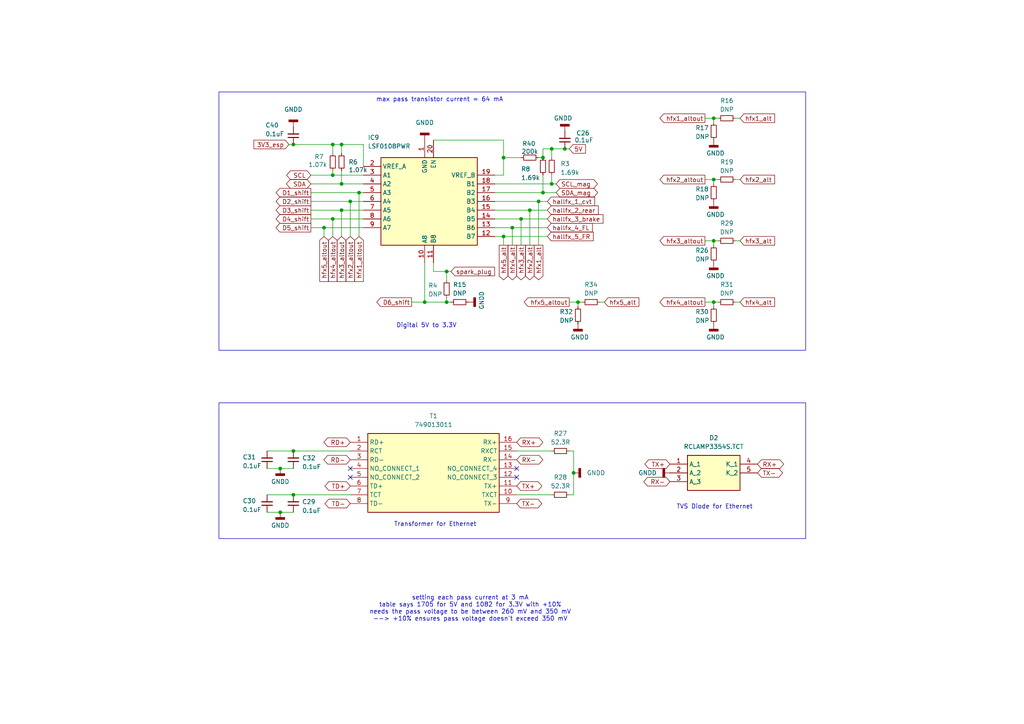
<source format=kicad_sch>
(kicad_sch (version 20250114) (generator "eeschema") (generator_version "9.0")
  (paper "A4")
  (lib_symbols
    (symbol "22XT_Main:749013011"
      (property "Reference" "T" (at 44.45 7.62 0))
      (property "Value" "749013011" (at 44.45 5.08 0))
      (symbol "749013011_1_1"
        (rectangle (start 5.08 2.54) (end 43.18 -20.32) (stroke (width 0.254)) (fill (type background)))
        (pin passive line (at 0 0 0) (length 5.08) (name "RD+") (number "1"))
        (pin passive line (at 0 -2.54 0) (length 5.08) (name "RCT") (number "2"))
        (pin passive line (at 0 -5.08 0) (length 5.08) (name "RD-") (number "3"))
        (pin passive line (at 0 -7.62 0) (length 5.08) (name "NO_CONNECT_1") (number "4"))
        (pin passive line (at 0 -10.16 0) (length 5.08) (name "NO_CONNECT_2") (number "5"))
        (pin passive line (at 0 -12.7 0) (length 5.08) (name "TD+") (number "6"))
        (pin passive line (at 0 -15.24 0) (length 5.08) (name "TCT") (number "7"))
        (pin passive line (at 0 -17.78 0) (length 5.08) (name "TD-") (number "8"))
        (pin passive line (at 48.26 0 180) (length 5.08) (name "RX+") (number "16"))
        (pin passive line (at 48.26 -2.54 180) (length 5.08) (name "RXCT") (number "15"))
        (pin passive line (at 48.26 -5.08 180) (length 5.08) (name "RX-") (number "14"))
        (pin passive line (at 48.26 -7.62 180) (length 5.08) (name "NO_CONNECT_4") (number "13"))
        (pin passive line (at 48.26 -10.16 180) (length 5.08) (name "NO_CONNECT_3") (number "12"))
        (pin passive line (at 48.26 -12.7 180) (length 5.08) (name "TX+") (number "11"))
        (pin passive line (at 48.26 -15.24 180) (length 5.08) (name "TXCT") (number "10"))
        (pin passive line (at 48.26 -17.78 180) (length 5.08) (name "TX-") (number "9"))
      )
    )
    (symbol "22XT_Main:LSF0108RKSR"
      (property "Reference" "IC" (at 31.75 17.78 0))
      (property "Value" "LSF0108RKSR" (at 31.75 15.24 0))
      (symbol "LSF0108RKSR_1_1"
        (rectangle (start 5.08 12.7) (end 30.48 -15.24) (stroke (width 0.254)) (fill (type background)))
        (pin input line (at 0 0 0) (length 5.08) (name "EN") (number "20"))
        (pin power_in line (at 0 -2.54 0) (length 5.08) (name "GND") (number "1"))
        (pin power_in line (at 7.62 -20.32 90) (length 5.08) (name "VREF_A") (number "2"))
        (pin power_in line (at 10.16 17.78 270) (length 5.08) (name "VREF_B") (number "19"))
        (pin passive line (at 10.16 -20.32 90) (length 5.08) (name "A1") (number "3"))
        (pin passive line (at 12.7 17.78 270) (length 5.08) (name "B1") (number "18"))
        (pin passive line (at 12.7 -20.32 90) (length 5.08) (name "A2") (number "4"))
        (pin passive line (at 15.24 17.78 270) (length 5.08) (name "B2") (number "17"))
        (pin passive line (at 15.24 -20.32 90) (length 5.08) (name "A3") (number "5"))
        (pin passive line (at 17.78 17.78 270) (length 5.08) (name "B3") (number "16"))
        (pin passive line (at 17.78 -20.32 90) (length 5.08) (name "A4") (number "6"))
        (pin passive line (at 20.32 17.78 270) (length 5.08) (name "B4") (number "15"))
        (pin passive line (at 20.32 -20.32 90) (length 5.08) (name "A5") (number "7"))
        (pin passive line (at 22.86 17.78 270) (length 5.08) (name "B5") (number "14"))
        (pin passive line (at 22.86 -20.32 90) (length 5.08) (name "A6") (number "8"))
        (pin passive line (at 25.4 17.78 270) (length 5.08) (name "B6") (number "13"))
        (pin passive line (at 25.4 -20.32 90) (length 5.08) (name "A7") (number "9"))
        (pin passive line (at 27.94 17.78 270) (length 5.08) (name "B7") (number "12"))
        (pin passive line (at 35.56 0 180) (length 5.08) (name "B8") (number "11"))
        (pin passive line (at 35.56 -2.54 180) (length 5.08) (name "A8") (number "10"))
      )
    )
    (symbol "22XT_Main:RCLAMP3354S.TCT"
      (property "Reference" "D" (at 21.59 7.62 0))
      (property "Value" "RCLAMP3354S.TCT" (at 21.59 5.08 0))
      (symbol "RCLAMP3354S.TCT_1_1"
        (rectangle (start 5.08 2.54) (end 20.32 -7.62) (stroke (width 0.254)) (fill (type background)))
        (pin passive line (at 0 0 0) (length 5.08) (name "A_1") (number "1"))
        (pin passive line (at 0 -2.54 0) (length 5.08) (name "A_2") (number "2"))
        (pin passive line (at 0 -5.08 0) (length 5.08) (name "A_3") (number "3"))
        (pin passive line (at 25.4 0 180) (length 5.08) (name "K_1") (number "4"))
        (pin passive line (at 25.4 -2.54 180) (length 5.08) (name "K_2") (number "5"))
      )
    )
    (symbol "Device:C_Small" (pin_numbers (hide yes)) (pin_names (offset 0.254) (hide yes))
      (property "Reference" "C" (at 0.254 1.778 0))
      (property "Value" "C_Small" (at 0.254 -2.032 0))
      (symbol "C_Small_0_1"
        (polyline (pts (xy -1.524 0.508) (xy 1.524 0.508)) (stroke (width 0.3048)))
        (polyline (pts (xy -1.524 -0.508) (xy 1.524 -0.508)) (stroke (width 0.3302)))
      )
      (symbol "C_Small_1_1"
        (pin passive line (at 0 2.54 270) (length 2.032) (name "~") (number "1"))
        (pin passive line (at 0 -2.54 90) (length 2.032) (name "~") (number "2"))
      )
    )
    (symbol "Device:R_Small" (pin_numbers (hide yes)) (pin_names (offset 0.254) (hide yes))
      (property "Reference" "R" (at 0.762 0.508 0))
      (property "Value" "R_Small" (at 0.762 -1.016 0))
      (symbol "R_Small_0_1"
        (rectangle (start -0.762 1.778) (end 0.762 -1.778) (stroke (width 0.2032)))
      )
      (symbol "R_Small_1_1"
        (pin passive line (at 0 2.54 270) (length 0.762) (name "~") (number "1"))
        (pin passive line (at 0 -2.54 90) (length 0.762) (name "~") (number "2"))
      )
    )
    (symbol "power:GNDD" (power) (pin_numbers (hide yes)) (pin_names (offset 0) (hide yes))
      (property "Value" "GNDD" (at 0 -3.175 0))
      (symbol "GNDD_0_1"
        (rectangle (start -1.27 -1.524) (end 1.27 -2.032) (stroke (width 0.254)) (fill (type outline)))
        (polyline (pts (xy 0 0) (xy 0 -1.524)))
      )
      (symbol "GNDD_1_1"
        (pin power_in line (at 0 0 270) (length 0) (name "~") (number "1"))
      )
    )
  )
  (rectangle (start 63.5 116.84) (end 233.68 156.21))
  (rectangle (start 63.5 26.67) (end 233.68 101.6))
  (text "Transformer for Ethernet\n" (at 126.238 152.146 0) (effects (font (size 1.27 1.27))))
  (text "max pass transistor current = 64 mA\n " (at 127.508 29.972 0) (effects (font (size 1.27 1.27))))
  (text "Digital 5V to 3.3V" (at 123.698 94.488 0) (effects (font (size 1.27 1.27))))
  (text "TVS Diode for Ethernet\n" (at 207.264 147.066 0) (effects (font (size 1.27 1.27))))
  (text "setting each pass current at 3 mA\ntable says 1705 for 5V and 1082 for 3.3V with +10%\nneeds the pass voltage to be between 260 mV and 350 mV\n--> +10% ensures pass voltage doesn't exceed 350 mV" (at 136.398 176.53 0) (effects (font (size 1.27 1.27))))
  (junction (at 163.83 43.18))
  (junction (at 166.37 137.16))
  (junction (at 129.54 87.63))
  (junction (at 85.09 143.51))
  (junction (at 160.02 53.34))
  (junction (at 104.14 55.88))
  (junction (at 123.19 87.63))
  (junction (at 207.01 52.07))
  (junction (at 101.6 58.42))
  (junction (at 146.05 68.58))
  (junction (at 146.05 45.72))
  (junction (at 85.09 130.81))
  (junction (at 96.52 63.5))
  (junction (at 96.52 50.8))
  (junction (at 207.01 87.63))
  (junction (at 160.02 43.18))
  (junction (at 99.06 41.91))
  (junction (at 99.06 60.96))
  (junction (at 85.09 41.91))
  (junction (at 151.13 63.5))
  (junction (at 99.06 53.34))
  (junction (at 129.54 78.74))
  (junction (at 157.48 55.88))
  (junction (at 148.59 66.04))
  (junction (at 207.01 69.85))
  (junction (at 96.52 41.91))
  (junction (at 153.67 60.96))
  (junction (at 81.28 148.59))
  (junction (at 207.01 34.29))
  (junction (at 167.64 87.63))
  (junction (at 157.48 45.72))
  (junction (at 156.21 58.42))
  (junction (at 93.98 66.04))
  (junction (at 81.28 135.89))
  (no_connect (at 101.6 138.43))
  (no_connect (at 149.86 138.43))
  (no_connect (at 149.86 135.89))
  (no_connect (at 101.6 135.89))
  (wire (pts (xy 99.06 49.53) (xy 99.06 53.34)))
  (wire (pts (xy 96.52 63.5) (xy 105.41 63.5)))
  (wire (pts (xy 166.37 143.51) (xy 165.1 143.51)))
  (wire (pts (xy 85.09 143.51) (xy 101.6 143.51)))
  (wire (pts (xy 160.02 130.81) (xy 149.86 130.81)))
  (wire (pts (xy 99.06 41.91) (xy 99.06 44.45)))
  (wire (pts (xy 104.14 55.88) (xy 105.41 55.88)))
  (wire (pts (xy 125.73 40.64) (xy 146.05 40.64)))
  (wire (pts (xy 77.47 135.89) (xy 81.28 135.89)))
  (wire (pts (xy 157.48 43.18) (xy 160.02 43.18)))
  (wire (pts (xy 123.19 76.2) (xy 123.19 87.63)))
  (wire (pts (xy 90.17 55.88) (xy 104.14 55.88)))
  (wire (pts (xy 151.13 71.12) (xy 151.13 63.5)))
  (wire (pts (xy 160.02 53.34) (xy 160.02 50.8)))
  (wire (pts (xy 204.47 52.07) (xy 207.01 52.07)))
  (wire (pts (xy 165.1 87.63) (xy 167.64 87.63)))
  (wire (pts (xy 146.05 45.72) (xy 151.13 45.72)))
  (wire (pts (xy 96.52 49.53) (xy 96.52 50.8)))
  (wire (pts (xy 167.64 88.9) (xy 167.64 87.63)))
  (wire (pts (xy 207.01 69.85) (xy 208.28 69.85)))
  (wire (pts (xy 153.67 60.96) (xy 158.75 60.96)))
  (wire (pts (xy 156.21 71.12) (xy 156.21 58.42)))
  (wire (pts (xy 93.98 68.58) (xy 93.98 66.04)))
  (wire (pts (xy 99.06 60.96) (xy 105.41 60.96)))
  (wire (pts (xy 90.17 60.96) (xy 99.06 60.96)))
  (wire (pts (xy 166.37 137.16) (xy 166.37 143.51)))
  (wire (pts (xy 96.52 41.91) (xy 96.52 44.45)))
  (wire (pts (xy 146.05 40.64) (xy 146.05 45.72)))
  (wire (pts (xy 125.73 78.74) (xy 125.73 76.2)))
  (wire (pts (xy 77.47 143.51) (xy 85.09 143.51)))
  (wire (pts (xy 156.21 58.42) (xy 158.75 58.42)))
  (wire (pts (xy 160.02 43.18) (xy 163.83 43.18)))
  (wire (pts (xy 207.01 87.63) (xy 208.28 87.63)))
  (wire (pts (xy 157.48 55.88) (xy 161.29 55.88)))
  (wire (pts (xy 99.06 68.58) (xy 99.06 60.96)))
  (wire (pts (xy 173.99 87.63) (xy 175.26 87.63)))
  (wire (pts (xy 143.51 63.5) (xy 151.13 63.5)))
  (wire (pts (xy 143.51 53.34) (xy 160.02 53.34)))
  (wire (pts (xy 213.36 87.63) (xy 214.63 87.63)))
  (wire (pts (xy 160.02 45.72) (xy 160.02 43.18)))
  (wire (pts (xy 96.52 41.91) (xy 99.06 41.91)))
  (wire (pts (xy 167.64 87.63) (xy 168.91 87.63)))
  (wire (pts (xy 207.01 35.56) (xy 207.01 34.29)))
  (wire (pts (xy 148.59 71.12) (xy 148.59 66.04)))
  (wire (pts (xy 213.36 52.07) (xy 214.63 52.07)))
  (wire (pts (xy 77.47 148.59) (xy 81.28 148.59)))
  (wire (pts (xy 157.48 43.18) (xy 157.48 45.72)))
  (wire (pts (xy 119.38 87.63) (xy 123.19 87.63)))
  (wire (pts (xy 77.47 130.81) (xy 85.09 130.81)))
  (wire (pts (xy 153.67 71.12) (xy 153.67 60.96)))
  (wire (pts (xy 207.01 53.34) (xy 207.01 52.07)))
  (wire (pts (xy 130.81 78.74) (xy 129.54 78.74)))
  (wire (pts (xy 90.17 63.5) (xy 96.52 63.5)))
  (wire (pts (xy 83.82 41.91) (xy 85.09 41.91)))
  (wire (pts (xy 96.52 68.58) (xy 96.52 63.5)))
  (wire (pts (xy 129.54 87.63) (xy 130.81 87.63)))
  (wire (pts (xy 213.36 34.29) (xy 214.63 34.29)))
  (wire (pts (xy 166.37 130.81) (xy 165.1 130.81)))
  (wire (pts (xy 207.01 71.12) (xy 207.01 69.85)))
  (wire (pts (xy 207.01 52.07) (xy 208.28 52.07)))
  (wire (pts (xy 96.52 50.8) (xy 105.41 50.8)))
  (wire (pts (xy 129.54 86.36) (xy 129.54 87.63)))
  (wire (pts (xy 143.51 50.8) (xy 146.05 50.8)))
  (wire (pts (xy 204.47 34.29) (xy 207.01 34.29)))
  (wire (pts (xy 99.06 41.91) (xy 105.41 41.91)))
  (wire (pts (xy 146.05 71.12) (xy 146.05 68.58)))
  (wire (pts (xy 160.02 143.51) (xy 149.86 143.51)))
  (wire (pts (xy 85.09 41.91) (xy 96.52 41.91)))
  (wire (pts (xy 151.13 63.5) (xy 158.75 63.5)))
  (wire (pts (xy 143.51 58.42) (xy 156.21 58.42)))
  (wire (pts (xy 85.09 130.81) (xy 101.6 130.81)))
  (wire (pts (xy 81.28 148.59) (xy 85.09 148.59)))
  (wire (pts (xy 129.54 78.74) (xy 129.54 81.28)))
  (wire (pts (xy 90.17 58.42) (xy 101.6 58.42)))
  (wire (pts (xy 143.51 66.04) (xy 148.59 66.04)))
  (wire (pts (xy 143.51 68.58) (xy 146.05 68.58)))
  (wire (pts (xy 207.01 34.29) (xy 208.28 34.29)))
  (wire (pts (xy 157.48 50.8) (xy 157.48 55.88)))
  (wire (pts (xy 81.28 135.89) (xy 85.09 135.89)))
  (wire (pts (xy 163.83 43.18) (xy 165.1 43.18)))
  (wire (pts (xy 148.59 66.04) (xy 158.75 66.04)))
  (wire (pts (xy 143.51 55.88) (xy 157.48 55.88)))
  (wire (pts (xy 166.37 130.81) (xy 166.37 137.16)))
  (wire (pts (xy 99.06 53.34) (xy 105.41 53.34)))
  (wire (pts (xy 207.01 88.9) (xy 207.01 87.63)))
  (wire (pts (xy 105.41 41.91) (xy 105.41 48.26)))
  (wire (pts (xy 90.17 66.04) (xy 93.98 66.04)))
  (wire (pts (xy 104.14 68.58) (xy 104.14 55.88)))
  (wire (pts (xy 156.21 45.72) (xy 157.48 45.72)))
  (wire (pts (xy 93.98 66.04) (xy 105.41 66.04)))
  (wire (pts (xy 146.05 68.58) (xy 158.75 68.58)))
  (wire (pts (xy 101.6 58.42) (xy 105.41 58.42)))
  (wire (pts (xy 146.05 45.72) (xy 146.05 50.8)))
  (wire (pts (xy 204.47 87.63) (xy 207.01 87.63)))
  (wire (pts (xy 213.36 69.85) (xy 214.63 69.85)))
  (wire (pts (xy 90.17 50.8) (xy 96.52 50.8)))
  (wire (pts (xy 129.54 87.63) (xy 123.19 87.63)))
  (wire (pts (xy 101.6 68.58) (xy 101.6 58.42)))
  (wire (pts (xy 90.17 53.34) (xy 99.06 53.34)))
  (wire (pts (xy 204.47 69.85) (xy 207.01 69.85)))
  (wire (pts (xy 160.02 53.34) (xy 161.29 53.34)))
  (wire (pts (xy 129.54 78.74) (xy 125.73 78.74)))
  (wire (pts (xy 143.51 60.96) (xy 153.67 60.96)))
  (global_label "SCL" (shape bidirectional) (at 90.17 50.8 180) (property "Intersheetrefs" "${INTERSHEET_REFS}" (effects (hide yes))))
  (global_label "TX+" (shape bidirectional) (at 149.86 140.97 0) (property "Intersheetrefs" "${INTERSHEET_REFS}" (effects (hide yes))))
  (global_label "RD-" (shape bidirectional) (at 101.6 133.35 180) (property "Intersheetrefs" "${INTERSHEET_REFS}" (effects (hide yes))))
  (global_label "hfx5_alt" (shape input) (at 175.26 87.63 0) (property "Intersheetrefs" "${INTERSHEET_REFS}" (effects (hide yes))))
  (global_label "hfx4_alt" (shape input) (at 214.63 87.63 0) (property "Intersheetrefs" "${INTERSHEET_REFS}" (effects (hide yes))))
  (global_label "D5_shift" (shape output) (at 90.17 66.04 180) (property "Intersheetrefs" "${INTERSHEET_REFS}" (effects (hide yes))))
  (global_label "TD+" (shape bidirectional) (at 101.6 140.97 180) (property "Intersheetrefs" "${INTERSHEET_REFS}" (effects (hide yes))))
  (global_label "SDA" (shape bidirectional) (at 90.17 53.34 180) (property "Intersheetrefs" "${INTERSHEET_REFS}" (effects (hide yes))))
  (global_label "hfx4_altout" (shape output) (at 204.47 87.63 180) (property "Intersheetrefs" "${INTERSHEET_REFS}" (effects (hide yes))))
  (global_label "TX+" (shape bidirectional) (at 194.31 134.62 180) (property "Intersheetrefs" "${INTERSHEET_REFS}" (effects (hide yes))))
  (global_label "hfx1_alt" (shape output) (at 156.21 71.12 270) (property "Intersheetrefs" "${INTERSHEET_REFS}" (effects (hide yes))))
  (global_label "TD-" (shape bidirectional) (at 101.6 146.05 180) (property "Intersheetrefs" "${INTERSHEET_REFS}" (effects (hide yes))))
  (global_label "hallfx_1_cvt" (shape input) (at 158.75 58.42 0) (property "Intersheetrefs" "${INTERSHEET_REFS}" (effects (hide yes))))
  (global_label "RX-" (shape bidirectional) (at 194.31 139.7 180) (property "Intersheetrefs" "${INTERSHEET_REFS}" (effects (hide yes))))
  (global_label "hfx1_altout" (shape output) (at 204.47 34.29 180) (property "Intersheetrefs" "${INTERSHEET_REFS}" (effects (hide yes))))
  (global_label "hfx5_altout" (shape input) (at 93.98 68.58 270) (property "Intersheetrefs" "${INTERSHEET_REFS}" (effects (hide yes))))
  (global_label "hfx2_alt" (shape output) (at 153.67 71.12 270) (property "Intersheetrefs" "${INTERSHEET_REFS}" (effects (hide yes))))
  (global_label "hfx2_altout" (shape output) (at 204.47 52.07 180) (property "Intersheetrefs" "${INTERSHEET_REFS}" (effects (hide yes))))
  (global_label "hallfx_5_FR" (shape input) (at 158.75 68.58 0) (property "Intersheetrefs" "${INTERSHEET_REFS}" (effects (hide yes))))
  (global_label "RD+" (shape bidirectional) (at 101.6 128.27 180) (property "Intersheetrefs" "${INTERSHEET_REFS}" (effects (hide yes))))
  (global_label "RX+" (shape bidirectional) (at 219.71 134.62 0) (property "Intersheetrefs" "${INTERSHEET_REFS}" (effects (hide yes))))
  (global_label "D2_shift" (shape output) (at 90.17 58.42 180) (property "Intersheetrefs" "${INTERSHEET_REFS}" (effects (hide yes))))
  (global_label "hfx2_alt" (shape input) (at 214.63 52.07 0) (property "Intersheetrefs" "${INTERSHEET_REFS}" (effects (hide yes))))
  (global_label "hfx4_altout" (shape input) (at 96.52 68.58 270) (property "Intersheetrefs" "${INTERSHEET_REFS}" (effects (hide yes))))
  (global_label "hallfx_2_rear" (shape input) (at 158.75 60.96 0) (property "Intersheetrefs" "${INTERSHEET_REFS}" (effects (hide yes))))
  (global_label "3V3_esp" (shape input) (at 83.82 41.91 180) (property "Intersheetrefs" "${INTERSHEET_REFS}" (effects (hide yes))))
  (global_label "D1_shift" (shape output) (at 90.17 55.88 180) (property "Intersheetrefs" "${INTERSHEET_REFS}" (effects (hide yes))))
  (global_label "hfx3_alt" (shape input) (at 214.63 69.85 0) (property "Intersheetrefs" "${INTERSHEET_REFS}" (effects (hide yes))))
  (global_label "RX-" (shape bidirectional) (at 149.86 133.35 0) (property "Intersheetrefs" "${INTERSHEET_REFS}" (effects (hide yes))))
  (global_label "D3_shift" (shape output) (at 90.17 60.96 180) (property "Intersheetrefs" "${INTERSHEET_REFS}" (effects (hide yes))))
  (global_label "hfx3_altout" (shape output) (at 204.47 69.85 180) (property "Intersheetrefs" "${INTERSHEET_REFS}" (effects (hide yes))))
  (global_label "SCL_mag" (shape bidirectional) (at 161.29 53.34 0) (property "Intersheetrefs" "${INTERSHEET_REFS}" (effects (hide yes))))
  (global_label "SDA_mag" (shape bidirectional) (at 161.29 55.88 0) (property "Intersheetrefs" "${INTERSHEET_REFS}" (effects (hide yes))))
  (global_label "hfx3_alt" (shape output) (at 151.13 71.12 270) (property "Intersheetrefs" "${INTERSHEET_REFS}" (effects (hide yes))))
  (global_label "D6_shift" (shape output) (at 119.38 87.63 180) (property "Intersheetrefs" "${INTERSHEET_REFS}" (effects (hide yes))))
  (global_label "5V" (shape input) (at 165.1 43.18 0) (property "Intersheetrefs" "${INTERSHEET_REFS}" (effects (hide yes))))
  (global_label "spark_plug" (shape input) (at 130.81 78.74 0) (property "Intersheetrefs" "${INTERSHEET_REFS}" (effects (hide yes))))
  (global_label "D4_shift" (shape output) (at 90.17 63.5 180) (property "Intersheetrefs" "${INTERSHEET_REFS}" (effects (hide yes))))
  (global_label "hfx1_alt" (shape input) (at 214.63 34.29 0) (property "Intersheetrefs" "${INTERSHEET_REFS}" (effects (hide yes))))
  (global_label "hfx2_altout" (shape input) (at 101.6 68.58 270) (property "Intersheetrefs" "${INTERSHEET_REFS}" (effects (hide yes))))
  (global_label "hfx4_alt" (shape output) (at 148.59 71.12 270) (property "Intersheetrefs" "${INTERSHEET_REFS}" (effects (hide yes))))
  (global_label "RX+" (shape bidirectional) (at 149.86 128.27 0) (property "Intersheetrefs" "${INTERSHEET_REFS}" (effects (hide yes))))
  (global_label "TX-" (shape bidirectional) (at 149.86 146.05 0) (property "Intersheetrefs" "${INTERSHEET_REFS}" (effects (hide yes))))
  (global_label "TX-" (shape bidirectional) (at 219.71 137.16 0) (property "Intersheetrefs" "${INTERSHEET_REFS}" (effects (hide yes))))
  (global_label "hallfx_4_FL" (shape input) (at 158.75 66.04 0) (property "Intersheetrefs" "${INTERSHEET_REFS}" (effects (hide yes))))
  (global_label "hfx3_altout" (shape input) (at 99.06 68.58 270) (property "Intersheetrefs" "${INTERSHEET_REFS}" (effects (hide yes))))
  (global_label "hallfx_3_brake" (shape input) (at 158.75 63.5 0) (property "Intersheetrefs" "${INTERSHEET_REFS}" (effects (hide yes))))
  (global_label "hfx5_altout" (shape output) (at 165.1 87.63 180) (property "Intersheetrefs" "${INTERSHEET_REFS}" (effects (hide yes))))
  (global_label "hfx1_altout" (shape input) (at 104.14 68.58 270) (property "Intersheetrefs" "${INTERSHEET_REFS}" (effects (hide yes))))
  (global_label "hfx5_alt" (shape output) (at 146.05 71.12 270) (property "Intersheetrefs" "${INTERSHEET_REFS}" (effects (hide yes))))
  (symbol (lib_id "power:GNDD") (at 167.64 93.98 0) (unit 1)
    (property "Reference" "#PWR071" (effects (hide yes)))
    (property "Value" "GNDD" (at 168.148 97.79 0))
    (property "Description" "Power symbol creates a global label with name \"GNDD\" , digital ground" (effects (hide yes)))
  )
  (symbol (lib_id "power:GNDD") (at 207.01 40.64 0) (unit 1)
    (property "Reference" "#PWR067" (effects (hide yes)))
    (property "Value" "GNDD" (at 207.518 44.45 0))
    (property "Description" "Power symbol creates a global label with name \"GNDD\" , digital ground" (effects (hide yes)))
  )
  (symbol (lib_id "Device:R_Small") (at 167.64 91.44 0) (unit 1)
    (property "Reference" "R32" (at 162.306 90.424 0) (effects (justify left)))
    (property "Value" "DNP" (at 162.306 92.964 0) (effects (justify left)))
    (property "Footprint" "Resistor_SMD:R_0402_1005Metric" (effects (hide yes)))
    (property "Description" "Resistor, small symbol" (effects (hide yes)))
  )
  (symbol (lib_id "Device:R_Small") (at 210.82 52.07 270) (unit 1)
    (property "Reference" "R19" (at 210.82 46.99 90))
    (property "Value" "DNP" (at 210.82 49.53 90))
    (property "Footprint" "Resistor_SMD:R_0402_1005Metric" (effects (hide yes)))
    (property "Description" "Resistor, small symbol" (effects (hide yes)))
  )
  (symbol (lib_id "Device:R_Small") (at 133.35 87.63 270) (unit 1)
    (property "Reference" "R15" (at 133.35 82.55 90))
    (property "Value" "DNP" (at 133.35 85.09 90))
    (property "Footprint" "Resistor_SMD:R_0402_1005Metric" (effects (hide yes)))
    (property "Description" "Resistor, small symbol" (effects (hide yes)))
  )
  (symbol (lib_id "power:GNDD") (at 207.01 93.98 0) (unit 1)
    (property "Reference" "#PWR070" (effects (hide yes)))
    (property "Value" "GNDD" (at 207.518 97.79 0))
    (property "Description" "Power symbol creates a global label with name \"GNDD\" , digital ground" (effects (hide yes)))
  )
  (symbol (lib_id "Device:R_Small") (at 207.01 38.1 0) (unit 1)
    (property "Reference" "R17" (at 201.676 37.084 0) (effects (justify left)))
    (property "Value" "DNP" (at 201.676 39.624 0) (effects (justify left)))
    (property "Footprint" "Resistor_SMD:R_0402_1005Metric" (effects (hide yes)))
    (property "Description" "Resistor, small symbol" (effects (hide yes)))
  )
  (symbol (lib_id "Device:R_Small") (at 210.82 87.63 270) (unit 1)
    (property "Reference" "R31" (at 210.82 82.55 90))
    (property "Value" "DNP" (at 210.82 85.09 90))
    (property "Footprint" "Resistor_SMD:R_0402_1005Metric" (effects (hide yes)))
    (property "Description" "Resistor, small symbol" (effects (hide yes)))
  )
  (symbol (lib_id "22XT_Main:749013011") (at 101.6 128.27 0) (unit 1)
    (property "Reference" "T1" (at 125.73 120.65 0))
    (property "Value" "749013011" (at 125.73 123.19 0))
    (property "Footprint" "22XT_Main:749013011" (effects (hide yes)))
    (property "Datasheet" "https://www.we-online.de/katalog/datasheet/749013011.pdf" (effects (hide yes)))
    (property "Description" "LAN-Transformer WE-LAN 10/100 Base Tx" (effects (hide yes)))
    (property "Height" "5.33" (effects (hide yes)))
    (property "Mouser Part Number" "710-749013011" (effects (hide yes)))
    (property "Mouser Price/Stock" "https://www.mouser.co.uk/ProductDetail/Wurth-Elektronik/749013011?qs=2sV1BwmkawRYxGj1O9AWzA%3D%3D" (effects (hide yes)))
    (property "Manufacturer_Name" "Wurth Elektronik" (effects (hide yes)))
    (property "Manufacturer_Part_Number" "749013011" (effects (hide yes)))
  )
  (symbol (lib_id "Device:R_Small") (at 157.48 48.26 0) (unit 1)
    (property "Reference" "R8" (at 151.13 49.022 0) (effects (justify left)))
    (property "Value" "1.69k" (at 151.13 51.562 0) (effects (justify left)))
    (property "Footprint" "Resistor_SMD:R_0402_1005Metric" (effects (hide yes)))
    (property "Description" "Resistor, small symbol" (effects (hide yes)))
  )
  (symbol (lib_id "Device:R_Small") (at 96.52 46.99 0) (unit 1)
    (property "Reference" "R7" (at 91.186 45.466 0) (effects (justify left)))
    (property "Value" "1.07k" (at 89.408 47.752 0) (effects (justify left)))
    (property "Footprint" "Resistor_SMD:R_0402_1005Metric" (effects (hide yes)))
    (property "Description" "Resistor, small symbol" (effects (hide yes)))
  )
  (symbol (lib_id "Device:C_Small") (at 163.83 40.64 180) (unit 1)
    (property "Reference" "C26" (at 167.132 38.608 0) (effects (justify right)))
    (property "Value" "0.1uF" (at 166.624 40.64 0) (effects (justify right)))
    (property "Footprint" "Capacitor_SMD:C_0402_1005Metric" (effects (hide yes)))
    (property "Description" "Unpolarized capacitor, small symbol" (effects (hide yes)))
  )
  (symbol (lib_id "power:GNDD") (at 81.28 148.59 0) (unit 1)
    (property "Reference" "#PWR040" (effects (hide yes)))
    (property "Value" "GNDD" (at 81.28 152.4 0))
    (property "Description" "Power symbol creates a global label with name \"GNDD\" , digital ground" (effects (hide yes)))
  )
  (symbol (lib_id "power:GNDD") (at 123.19 40.64 180) (unit 1)
    (property "Reference" "#PWR063" (effects (hide yes)))
    (property "Value" "GNDD" (at 123.19 35.56 0))
    (property "Description" "Power symbol creates a global label with name \"GNDD\" , digital ground" (effects (hide yes)))
  )
  (symbol (lib_id "power:GNDD") (at 85.09 36.83 180) (unit 1)
    (property "Reference" "#PWR037" (effects (hide yes)))
    (property "Value" "GNDD" (at 85.09 31.75 0))
    (property "Description" "Power symbol creates a global label with name \"GNDD\" , digital ground" (effects (hide yes)))
  )
  (symbol (lib_id "power:GNDD") (at 166.37 137.16 90) (unit 1)
    (property "Reference" "#PWR039" (effects (hide yes)))
    (property "Value" "GNDD" (at 170.18 137.1599 90) (effects (justify right)))
    (property "Description" "Power symbol creates a global label with name \"GNDD\" , digital ground" (effects (hide yes)))
  )
  (symbol (lib_id "Device:C_Small") (at 77.47 133.35 180) (unit 1)
    (property "Reference" "C31" (at 70.358 132.588 0) (effects (justify right)))
    (property "Value" "0.1uF" (at 70.358 135.128 0) (effects (justify right)))
    (property "Footprint" "Capacitor_SMD:C_0402_1005Metric" (effects (hide yes)))
    (property "Description" "Unpolarized capacitor, small symbol" (effects (hide yes)))
  )
  (symbol (lib_id "power:GNDD") (at 194.31 137.16 270) (unit 1)
    (property "Reference" "#PWR057" (effects (hide yes)))
    (property "Value" "GNDD" (at 190.5 137.1599 90) (effects (justify right)))
    (property "Description" "Power symbol creates a global label with name \"GNDD\" , digital ground" (effects (hide yes)))
  )
  (symbol (lib_id "22XT_Main:LSF0108RKSR") (at 125.73 40.64 270) (unit 1)
    (property "Reference" "IC9" (at 106.68 39.878 90) (effects (justify left)))
    (property "Value" "LSF0108PWR" (at 106.68 42.418 90) (effects (justify left)))
    (property "Footprint" "22XT_Main:SOP65P640X120-20N" (effects (hide yes)))
    (property "Datasheet" "http://www.ti.com/general/docs/lit/getliterature.tsp?genericPartNumber=LSF0108&&fileType=pdf" (effects (hide yes)))
    (property "Description" "TEXAS INSTRUMENTS - LSF0108RKSR - VOLT LEVEL TRANSLATOR, OCTAL, VQFN-20" (effects (hide yes)))
    (property "Mouser Part Number" "595-LSF0108RKSR" (effects (hide yes)))
    (property "Mouser Price/Stock" "https://www.mouser.co.uk/ProductDetail/Texas-Instruments/LSF0108RKSR?qs=MJut%252BdqOEgjUt1B5ieCOVg%3D%3D" (effects (hide yes)))
    (property "Manufacturer_Name" "Texas Instruments" (effects (hide yes)))
    (property "Manufacturer_Part_Number" "LSF0108RKSR" (effects (hide yes)))
  )
  (symbol (lib_id "Device:R_Small") (at 171.45 87.63 270) (unit 1)
    (property "Reference" "R34" (at 171.45 82.55 90))
    (property "Value" "DNP" (at 171.45 85.09 90))
    (property "Footprint" "Resistor_SMD:R_0402_1005Metric" (effects (hide yes)))
    (property "Description" "Resistor, small symbol" (effects (hide yes)))
  )
  (symbol (lib_id "Device:C_Small") (at 85.09 133.35 180) (unit 1)
    (property "Reference" "C32" (at 87.63 132.842 0) (effects (justify right)))
    (property "Value" "0.1uF" (at 87.63 135.382 0) (effects (justify right)))
    (property "Footprint" "Capacitor_SMD:C_0402_1005Metric" (effects (hide yes)))
    (property "Description" "Unpolarized capacitor, small symbol" (effects (hide yes)))
  )
  (symbol (lib_id "Device:R_Small") (at 210.82 69.85 270) (unit 1)
    (property "Reference" "R29" (at 210.82 64.77 90))
    (property "Value" "DNP" (at 210.82 67.31 90))
    (property "Footprint" "Resistor_SMD:R_0402_1005Metric" (effects (hide yes)))
    (property "Description" "Resistor, small symbol" (effects (hide yes)))
  )
  (symbol (lib_id "power:GNDD") (at 163.83 38.1 180) (unit 1)
    (property "Reference" "#PWR065" (effects (hide yes)))
    (property "Value" "GNDD" (at 163.322 34.29 0))
    (property "Description" "Power symbol creates a global label with name \"GNDD\" , digital ground" (effects (hide yes)))
  )
  (symbol (lib_id "Device:R_Small") (at 99.06 46.99 0) (unit 1)
    (property "Reference" "R6" (at 101.092 46.99 0) (effects (justify left)))
    (property "Value" "1.07k" (at 101.092 49.276 0) (effects (justify left)))
    (property "Footprint" "Resistor_SMD:R_0402_1005Metric" (effects (hide yes)))
    (property "Description" "Resistor, small symbol" (effects (hide yes)))
  )
  (symbol (lib_id "Device:R_Small") (at 210.82 34.29 270) (unit 1)
    (property "Reference" "R16" (at 210.82 29.21 90))
    (property "Value" "DNP" (at 210.82 31.75 90))
    (property "Footprint" "Resistor_SMD:R_0402_1005Metric" (effects (hide yes)))
    (property "Description" "Resistor, small symbol" (effects (hide yes)))
  )
  (symbol (lib_id "Device:R_Small") (at 153.67 45.72 270) (unit 1)
    (property "Reference" "R40" (at 153.416 41.656 90))
    (property "Value" "200k" (at 153.67 43.942 90))
    (property "Footprint" "Resistor_SMD:R_0402_1005Metric" (effects (hide yes)))
    (property "Description" "Resistor, small symbol" (effects (hide yes)))
  )
  (symbol (lib_id "Device:R_Small") (at 129.54 83.82 0) (unit 1)
    (property "Reference" "R4" (at 124.206 82.804 0) (effects (justify left)))
    (property "Value" "DNP" (at 124.206 85.344 0) (effects (justify left)))
    (property "Footprint" "Resistor_SMD:R_0402_1005Metric" (effects (hide yes)))
    (property "Description" "Resistor, small symbol" (effects (hide yes)))
  )
  (symbol (lib_id "Device:C_Small") (at 77.47 146.05 180) (unit 1)
    (property "Reference" "C30" (at 70.358 145.288 0) (effects (justify right)))
    (property "Value" "0.1uF" (at 70.358 147.828 0) (effects (justify right)))
    (property "Footprint" "Capacitor_SMD:C_0402_1005Metric" (effects (hide yes)))
    (property "Description" "Unpolarized capacitor, small symbol" (effects (hide yes)))
  )
  (symbol (lib_id "power:GNDD") (at 207.01 58.42 0) (unit 1)
    (property "Reference" "#PWR068" (effects (hide yes)))
    (property "Value" "GNDD" (at 207.518 62.23 0))
    (property "Description" "Power symbol creates a global label with name \"GNDD\" , digital ground" (effects (hide yes)))
  )
  (symbol (lib_id "Device:R_Small") (at 207.01 73.66 0) (unit 1)
    (property "Reference" "R26" (at 201.676 72.644 0) (effects (justify left)))
    (property "Value" "DNP" (at 201.676 75.184 0) (effects (justify left)))
    (property "Footprint" "Resistor_SMD:R_0402_1005Metric" (effects (hide yes)))
    (property "Description" "Resistor, small symbol" (effects (hide yes)))
  )
  (symbol (lib_id "Device:R_Small") (at 207.01 91.44 0) (unit 1)
    (property "Reference" "R30" (at 201.676 90.424 0) (effects (justify left)))
    (property "Value" "DNP" (at 201.676 92.964 0) (effects (justify left)))
    (property "Footprint" "Resistor_SMD:R_0402_1005Metric" (effects (hide yes)))
    (property "Description" "Resistor, small symbol" (effects (hide yes)))
  )
  (symbol (lib_id "Device:C_Small") (at 85.09 39.37 180) (unit 1)
    (property "Reference" "C40" (at 76.962 36.322 0) (effects (justify right)))
    (property "Value" "0.1uF" (at 76.962 38.862 0) (effects (justify right)))
    (property "Footprint" "Capacitor_SMD:C_0402_1005Metric" (effects (hide yes)))
    (property "Description" "Unpolarized capacitor, small symbol" (effects (hide yes)))
  )
  (symbol (lib_id "power:GNDD") (at 207.01 76.2 0) (unit 1)
    (property "Reference" "#PWR069" (effects (hide yes)))
    (property "Value" "GNDD" (at 207.518 80.01 0))
    (property "Description" "Power symbol creates a global label with name \"GNDD\" , digital ground" (effects (hide yes)))
  )
  (symbol (lib_id "Device:R_Small") (at 162.56 143.51 270) (unit 1)
    (property "Reference" "R28" (at 162.56 138.43 90))
    (property "Value" "52.3R" (at 162.56 140.97 90))
    (property "Footprint" "Resistor_SMD:R_0402_1005Metric" (effects (hide yes)))
    (property "Description" "Resistor, small symbol" (effects (hide yes)))
  )
  (symbol (lib_id "Device:R_Small") (at 207.01 55.88 0) (unit 1)
    (property "Reference" "R18" (at 201.676 54.864 0) (effects (justify left)))
    (property "Value" "DNP" (at 201.676 57.404 0) (effects (justify left)))
    (property "Footprint" "Resistor_SMD:R_0402_1005Metric" (effects (hide yes)))
    (property "Description" "Resistor, small symbol" (effects (hide yes)))
  )
  (symbol (lib_id "Device:R_Small") (at 160.02 48.26 0) (unit 1)
    (property "Reference" "R3" (at 162.56 47.498 0) (effects (justify left)))
    (property "Value" "1.69k" (at 162.56 50.038 0) (effects (justify left)))
    (property "Footprint" "Resistor_SMD:R_0402_1005Metric" (effects (hide yes)))
    (property "Description" "Resistor, small symbol" (effects (hide yes)))
  )
  (symbol (lib_id "Device:C_Small") (at 85.09 146.05 180) (unit 1)
    (property "Reference" "C29" (at 87.63 145.542 0) (effects (justify right)))
    (property "Value" "0.1uF" (at 87.63 148.082 0) (effects (justify right)))
    (property "Footprint" "Capacitor_SMD:C_0402_1005Metric" (effects (hide yes)))
    (property "Description" "Unpolarized capacitor, small symbol" (effects (hide yes)))
  )
  (symbol (lib_id "Device:R_Small") (at 162.56 130.81 270) (unit 1)
    (property "Reference" "R27" (at 162.56 125.73 90))
    (property "Value" "52.3R" (at 162.56 128.27 90))
    (property "Footprint" "Resistor_SMD:R_0402_1005Metric" (effects (hide yes)))
    (property "Description" "Resistor, small symbol" (effects (hide yes)))
  )
  (symbol (lib_id "22XT_Main:RCLAMP3354S.TCT") (at 194.31 134.62 0) (unit 1)
    (property "Reference" "D2" (at 207.01 127 0))
    (property "Value" "RCLAMP3354S.TCT" (at 207.01 129.54 0))
    (property "Footprint" "Package_TO_SOT_SMD:SOT-23-5" (effects (hide yes)))
    (property "Datasheet" "https://semtech.my.salesforce.com/sfc/p/#E0000000JelG/a/44000000MCrm/q3IJaquvh9BkANCL4E8HYT8vxS.k3jwPHRhsWr6XNsI" (effects (hide yes)))
    (property "Description" "ESD Suppressors / TVS Diodes 3.3V 4 LINE LOW CAP" (effects (hide yes)))
    (property "Height" "1.45" (effects (hide yes)))
    (property "Mouser Part Number" "947-RCLAMP3354S.TCT" (effects (hide yes)))
    (property "Mouser Price/Stock" "https://www.mouser.co.uk/ProductDetail/Semtech/RCLAMP3354S.TCT?qs=rBWM4%252BvDhIcjyMg1J9MbMw%3D%3D" (effects (hide yes)))
    (property "Manufacturer_Name" "SEMTECH" (effects (hide yes)))
    (property "Manufacturer_Part_Number" "RCLAMP3354S.TCT" (effects (hide yes)))
  )
  (symbol (lib_id "power:GNDD") (at 81.28 135.89 0) (unit 1)
    (property "Reference" "#PWR041" (effects (hide yes)))
    (property "Value" "GNDD" (at 81.28 139.7 0))
    (property "Description" "Power symbol creates a global label with name \"GNDD\" , digital ground" (effects (hide yes)))
  )
  (symbol (lib_id "power:GNDD") (at 135.89 87.63 90) (unit 1)
    (property "Reference" "#PWR066" (effects (hide yes)))
    (property "Value" "GNDD" (at 139.7 87.122 0))
    (property "Description" "Power symbol creates a global label with name \"GNDD\" , digital ground" (effects (hide yes)))
  )
)
</source>
